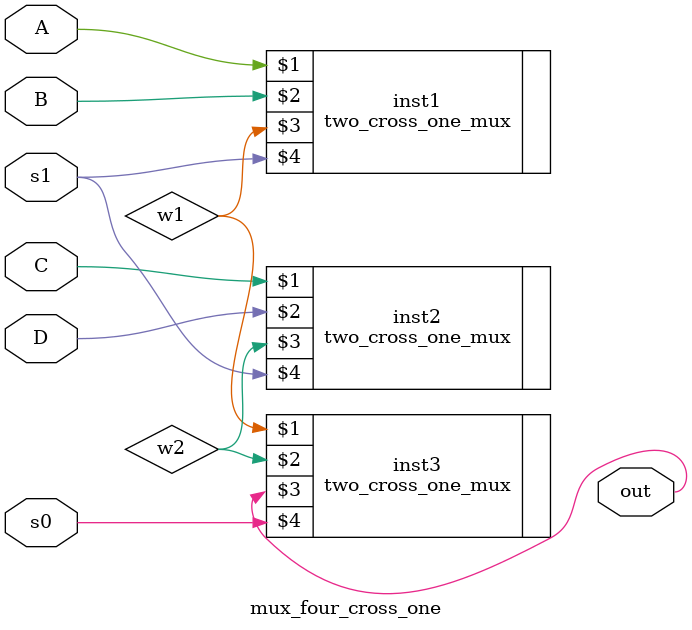
<source format=v>
`timescale 1ns / 1ps
module mux_four_cross_one(A,B,C,D,s0,s1,out);
	input A,B,C,D,s0,s1;
	output reg out;
	wire w1,w2;
	
	two_cross_one_mux inst1(A,B,w1,s1);
	two_cross_one_mux inst2(C,D,w2,s1);
	two_cross_one_mux inst3(w1,w2,out,s0);



endmodule

</source>
